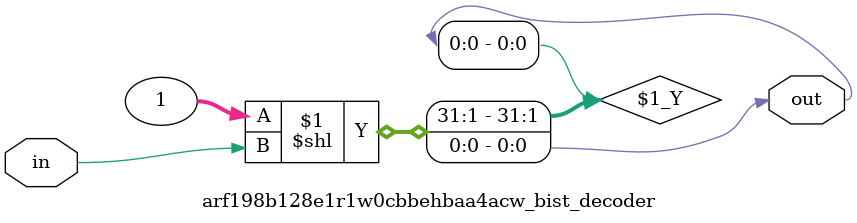
<source format=sv>

`ifndef ARF198B128E1R1W0CBBEHBAA4ACW_BIST_DECODER_SV
`define ARF198B128E1R1W0CBBEHBAA4ACW_BIST_DECODER_SV

module arf198b128e1r1w0cbbehbaa4acw_bist_decoder # (
  parameter IN_WIDTH  = 1,
  parameter OUT_WIDTH = 1
)
(
  input  logic [IN_WIDTH-1:0]  in,
  output logic [OUT_WIDTH-1:0] out
);
  
  assign out = 'b1 << in;

endmodule // arf198b128e1r1w0cbbehbaa4acw_bist_decoder

`endif // ARF198B128E1R1W0CBBEHBAA4ACW_BIST_DECODER_SV
</source>
